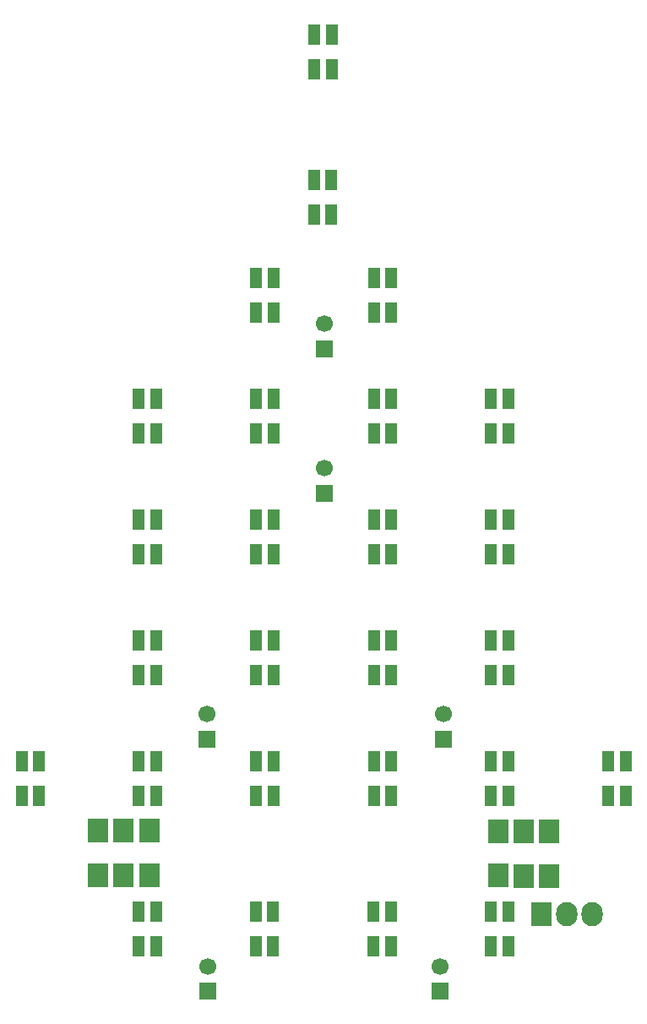
<source format=gbr>
G04 #@! TF.GenerationSoftware,KiCad,Pcbnew,(5.0.0)*
G04 #@! TF.CreationDate,2018-10-18T15:05:02+03:00*
G04 #@! TF.ProjectId,side2star,7369646532737461722E6B696361645F,rev?*
G04 #@! TF.SameCoordinates,Original*
G04 #@! TF.FileFunction,Soldermask,Top*
G04 #@! TF.FilePolarity,Negative*
%FSLAX46Y46*%
G04 Gerber Fmt 4.6, Leading zero omitted, Abs format (unit mm)*
G04 Created by KiCad (PCBNEW (5.0.0)) date 10/18/18 15:05:02*
%MOMM*%
%LPD*%
G01*
G04 APERTURE LIST*
%ADD10C,1.700000*%
%ADD11R,1.700000X1.700000*%
%ADD12R,2.000000X2.400000*%
%ADD13R,1.250000X2.000000*%
%ADD14R,2.127200X2.432000*%
%ADD15O,2.127200X2.432000*%
G04 APERTURE END LIST*
D10*
G04 #@! TO.C,REF\002A\002A*
X140081000Y-62524000D03*
D11*
X140081000Y-65024000D03*
G04 #@! TD*
G04 #@! TO.C,REF\002A\002A*
X140081000Y-79502000D03*
D10*
X140081000Y-77002000D03*
G04 #@! TD*
D11*
G04 #@! TO.C,REF\002A\002A*
X152019000Y-104140000D03*
D10*
X152019000Y-101640000D03*
G04 #@! TD*
G04 #@! TO.C,REF\002A\002A*
X128270000Y-101640000D03*
D11*
X128270000Y-104140000D03*
G04 #@! TD*
G04 #@! TO.C,REF\002A\002A*
X128397000Y-129413000D03*
D10*
X128397000Y-126913000D03*
G04 #@! TD*
D12*
G04 #@! TO.C,REF\002A\002A*
X117373907Y-117799806D03*
G04 #@! TD*
G04 #@! TO.C,REF\002A\002A*
X119952007Y-117787106D03*
G04 #@! TD*
G04 #@! TO.C,REF\002A\002A*
X119940858Y-113320530D03*
G04 #@! TD*
G04 #@! TO.C,REF\002A\002A*
X122544358Y-113295130D03*
G04 #@! TD*
G04 #@! TO.C,REF\002A\002A*
X122542807Y-117787106D03*
G04 #@! TD*
G04 #@! TO.C,REF\002A\002A*
X117388158Y-113345930D03*
G04 #@! TD*
G04 #@! TO.C,REF\002A\002A*
X162560000Y-117868700D03*
G04 #@! TD*
G04 #@! TO.C,REF\002A\002A*
X160007300Y-117856000D03*
G04 #@! TD*
G04 #@! TO.C,REF\002A\002A*
X157480000Y-117830600D03*
G04 #@! TD*
D13*
G04 #@! TO.C,HL5*
X170275000Y-106350000D03*
X168525000Y-106350000D03*
X170275000Y-109850000D03*
X168525000Y-109850000D03*
G04 #@! TD*
G04 #@! TO.C,HL6*
X156775000Y-109850000D03*
X158525000Y-109850000D03*
X156775000Y-106350000D03*
X158525000Y-106350000D03*
G04 #@! TD*
G04 #@! TO.C,HL7*
X146775000Y-106350000D03*
X145025000Y-106350000D03*
X146775000Y-109850000D03*
X145025000Y-109850000D03*
G04 #@! TD*
G04 #@! TO.C,HL8*
X133225000Y-109850000D03*
X134975000Y-109850000D03*
X133225000Y-106350000D03*
X134975000Y-106350000D03*
G04 #@! TD*
G04 #@! TO.C,HL9*
X123225000Y-106350000D03*
X121475000Y-106350000D03*
X123225000Y-109850000D03*
X121475000Y-109850000D03*
G04 #@! TD*
G04 #@! TO.C,HL10*
X111475000Y-106350000D03*
X109725000Y-106350000D03*
X111475000Y-109850000D03*
X109725000Y-109850000D03*
G04 #@! TD*
G04 #@! TO.C,HL11*
X121475000Y-97750000D03*
X123225000Y-97750000D03*
X121475000Y-94250000D03*
X123225000Y-94250000D03*
G04 #@! TD*
G04 #@! TO.C,HL12*
X134975000Y-94250000D03*
X133225000Y-94250000D03*
X134975000Y-97750000D03*
X133225000Y-97750000D03*
G04 #@! TD*
G04 #@! TO.C,HL13*
X145025000Y-97750000D03*
X146775000Y-97750000D03*
X145025000Y-94250000D03*
X146775000Y-94250000D03*
G04 #@! TD*
G04 #@! TO.C,HL14*
X158525000Y-94250000D03*
X156775000Y-94250000D03*
X158525000Y-97750000D03*
X156775000Y-97750000D03*
G04 #@! TD*
G04 #@! TO.C,HL15*
X156775000Y-85650000D03*
X158525000Y-85650000D03*
X156775000Y-82150000D03*
X158525000Y-82150000D03*
G04 #@! TD*
G04 #@! TO.C,HL16*
X146775000Y-82150000D03*
X145025000Y-82150000D03*
X146775000Y-85650000D03*
X145025000Y-85650000D03*
G04 #@! TD*
G04 #@! TO.C,HL17*
X133225000Y-85650000D03*
X134975000Y-85650000D03*
X133225000Y-82150000D03*
X134975000Y-82150000D03*
G04 #@! TD*
G04 #@! TO.C,HL18*
X123225000Y-82150000D03*
X121475000Y-82150000D03*
X123225000Y-85650000D03*
X121475000Y-85650000D03*
G04 #@! TD*
G04 #@! TO.C,HL19*
X121475000Y-73550000D03*
X123225000Y-73550000D03*
X121475000Y-70050000D03*
X123225000Y-70050000D03*
G04 #@! TD*
D14*
G04 #@! TO.C,XP1*
X161798000Y-121666000D03*
D15*
X164338000Y-121666000D03*
X166878000Y-121666000D03*
G04 #@! TD*
D13*
G04 #@! TO.C,HL20*
X134975000Y-70050000D03*
X133225000Y-70050000D03*
X134975000Y-73550000D03*
X133225000Y-73550000D03*
G04 #@! TD*
G04 #@! TO.C,HL21*
X145025000Y-73550000D03*
X146775000Y-73550000D03*
X145025000Y-70050000D03*
X146775000Y-70050000D03*
G04 #@! TD*
G04 #@! TO.C,HL22*
X158525000Y-70050000D03*
X156775000Y-70050000D03*
X158525000Y-73550000D03*
X156775000Y-73550000D03*
G04 #@! TD*
G04 #@! TO.C,HL23*
X145025000Y-61450000D03*
X146775000Y-61450000D03*
X145025000Y-57950000D03*
X146775000Y-57950000D03*
G04 #@! TD*
G04 #@! TO.C,HL24*
X134975000Y-57950000D03*
X133225000Y-57950000D03*
X134975000Y-61450000D03*
X133225000Y-61450000D03*
G04 #@! TD*
G04 #@! TO.C,HL1*
X123202790Y-121404985D03*
X121452790Y-121404985D03*
X123202790Y-124904985D03*
X121452790Y-124904985D03*
G04 #@! TD*
G04 #@! TO.C,HL2*
X133173500Y-124940000D03*
X134923500Y-124940000D03*
X133173500Y-121440000D03*
X134923500Y-121440000D03*
G04 #@! TD*
G04 #@! TO.C,HL3*
X146752790Y-121404985D03*
X145002790Y-121404985D03*
X146752790Y-124904985D03*
X145002790Y-124904985D03*
G04 #@! TD*
G04 #@! TO.C,HL4*
X156752790Y-124904985D03*
X158502790Y-124904985D03*
X156752790Y-121404985D03*
X158502790Y-121404985D03*
G04 #@! TD*
G04 #@! TO.C,HL25*
X140765500Y-48097500D03*
X139015500Y-48097500D03*
X140765500Y-51597500D03*
X139015500Y-51597500D03*
G04 #@! TD*
G04 #@! TO.C,HL26*
X140829000Y-33556000D03*
X139079000Y-33556000D03*
X140829000Y-37056000D03*
X139079000Y-37056000D03*
G04 #@! TD*
D12*
G04 #@! TO.C,REF\002A\002A*
X160020000Y-113411000D03*
G04 #@! TD*
G04 #@! TO.C,REF\002A\002A*
X157480000Y-113411000D03*
G04 #@! TD*
G04 #@! TO.C,REF\002A\002A*
X162547300Y-113411000D03*
G04 #@! TD*
D10*
G04 #@! TO.C,REF\002A\002A*
X151638000Y-126913000D03*
D11*
X151638000Y-129413000D03*
G04 #@! TD*
M02*

</source>
